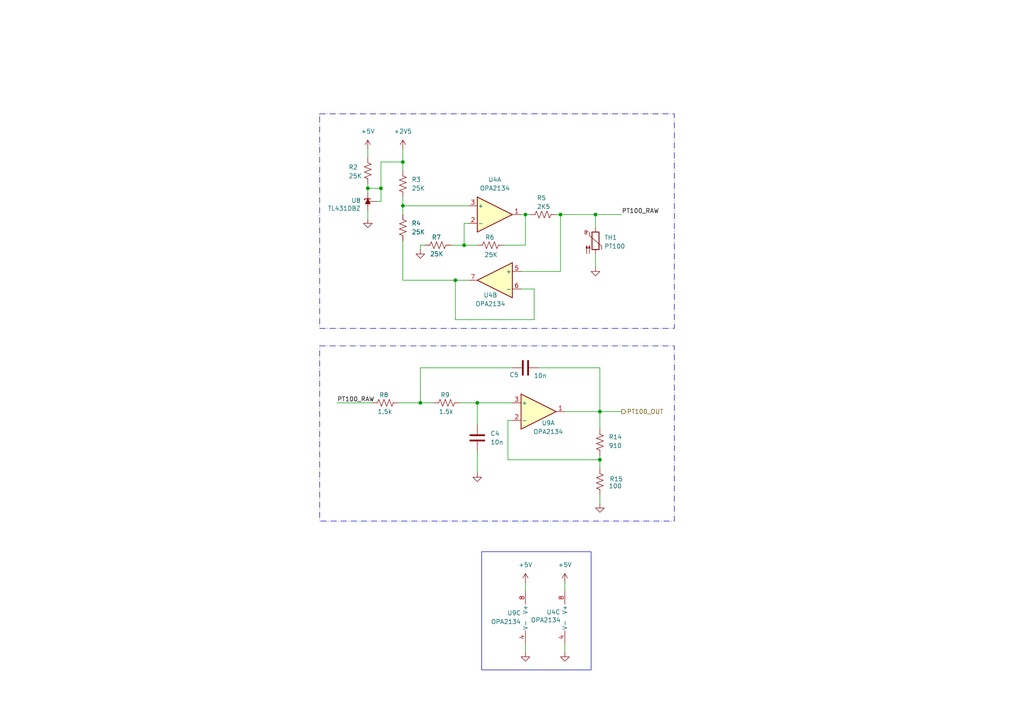
<source format=kicad_sch>
(kicad_sch (version 20231120) (generator "eeschema") (generator_version "8.0")
  (paper "A4")
  (title_block (title "Temperature Input") (date "2024-05-01") (company "AHAH_TERROR"))
  (lib_symbols
    (symbol "Amplifier_Operational:OPA2134" (pin_names (offset 0.127))
      (property "Reference" "U" (at 0 5.08 0))
      (property "Value" "OPA2134" (at 0 -5.08 0))
      (symbol "OPA2134_1_1"
        (polyline (pts (xy -5.08 5.08) (xy 5.08 0) (xy -5.08 -5.08) (xy -5.08 5.08)) (stroke (width 0.254)) (fill (type background)))
        (pin output line (at 7.62 0 180) (length 2.54) (name "~") (number "1"))
        (pin input line (at -7.62 -2.54 0) (length 2.54) (name "-") (number "2"))
        (pin input line (at -7.62 2.54 0) (length 2.54) (name "+") (number "3"))
      )
      (symbol "OPA2134_2_1"
        (polyline (pts (xy -5.08 5.08) (xy 5.08 0) (xy -5.08 -5.08) (xy -5.08 5.08)) (stroke (width 0.254)) (fill (type background)))
        (pin input line (at -7.62 2.54 0) (length 2.54) (name "+") (number "5"))
        (pin input line (at -7.62 -2.54 0) (length 2.54) (name "-") (number "6"))
        (pin output line (at 7.62 0 180) (length 2.54) (name "~") (number "7"))
      )
      (symbol "OPA2134_3_1"
        (pin power_in line (at -2.54 -7.62 90) (length 3.81) (name "V-") (number "4"))
        (pin power_in line (at -2.54 7.62 270) (length 3.81) (name "V+") (number "8"))
      )
    )
    (symbol "Device:C" (pin_numbers hide) (pin_names (offset 0.254))
      (property "Reference" "C" (at 0.635 2.54 0))
      (property "Value" "C" (at 0.635 -2.54 0))
      (symbol "C_0_1"
        (polyline (pts (xy -2.032 -0.762) (xy 2.032 -0.762)) (stroke (width 0.508)))
        (polyline (pts (xy -2.032 0.762) (xy 2.032 0.762)) (stroke (width 0.508)))
      )
      (symbol "C_1_1"
        (pin passive line (at 0 3.81 270) (length 2.794) (name "~") (number "1"))
        (pin passive line (at 0 -3.81 90) (length 2.794) (name "~") (number "2"))
      )
    )
    (symbol "Device:R_US" (pin_numbers hide) (pin_names (offset 0))
      (property "Reference" "R" (at 2.54 0 90))
      (property "Value" "R_US" (at -2.54 0 90))
      (symbol "R_US_0_1"
        (polyline (pts (xy 0 -2.286) (xy 0 -2.54)))
        (polyline (pts (xy 0 2.286) (xy 0 2.54)))
        (polyline (pts (xy 0 -0.762) (xy 1.016 -1.143) (xy 0 -1.524) (xy -1.016 -1.905) (xy 0 -2.286)))
        (polyline (pts (xy 0 0.762) (xy 1.016 0.381) (xy 0 0) (xy -1.016 -0.381) (xy 0 -0.762)))
        (polyline (pts (xy 0 2.286) (xy 1.016 1.905) (xy 0 1.524) (xy -1.016 1.143) (xy 0 0.762)))
      )
      (symbol "R_US_1_1"
        (pin passive line (at 0 3.81 270) (length 1.27) (name "~") (number "1"))
        (pin passive line (at 0 -3.81 90) (length 1.27) (name "~") (number "2"))
      )
    )
    (symbol "Reference_Voltage:TL431DBZ" (pin_numbers hide) (pin_names hide)
      (property "Reference" "U" (at -2.54 2.54 0))
      (property "Value" "TL431DBZ" (at 0 -2.54 0))
      (symbol "TL431DBZ_0_1"
        (polyline (pts (xy -1.27 0) (xy 0 0) (xy 1.27 0)))
        (polyline (pts (xy -0.762 0.762) (xy 0.762 0) (xy -0.762 -0.762)) (fill (type outline)))
        (polyline (pts (xy 0.508 -1.016) (xy 0.762 -0.762) (xy 0.762 0.762) (xy 0.762 0.762)) (stroke (width 0.254)))
      )
      (symbol "TL431DBZ_1_1"
        (pin passive line (at 2.54 0 180) (length 2.54) (name "K") (number "1"))
        (pin passive line (at 0 2.54 270) (length 2.54) (name "REF") (number "2"))
        (pin passive line (at -2.54 0 0) (length 2.54) (name "A") (number "3"))
      )
    )
    (symbol "Sensor_Temperature:PT100" (pin_numbers hide) (pin_names (offset 0))
      (property "Reference" "TH" (at -4.445 0 90))
      (property "Value" "PT100" (at 3.175 0 90))
      (symbol "PT100_0_1"
        (arc (start -3.048 2.159) (mid -3.0495 2.3143) (end -3.175 2.413))
        (arc (start -3.048 2.159) (mid -2.9736 1.9794) (end -2.794 1.905))
        (arc (start -3.048 2.794) (mid -2.9736 2.6144) (end -2.794 2.54))
        (arc (start -2.794 1.905) (mid -2.6144 1.9794) (end -2.54 2.159))
        (arc (start -2.794 2.54) (mid -2.4393 2.5587) (end -2.159 2.794))
        (arc (start -2.794 3.048) (mid -2.9736 2.9736) (end -3.048 2.794))
        (arc (start -2.54 2.794) (mid -2.6144 2.9736) (end -2.794 3.048))
        (rectangle (start -1.016 2.54) (end 1.016 -2.54) (stroke (width 0.254)))
        (polyline (pts (xy -2.54 2.159) (xy -2.54 2.794)))
        (polyline (pts (xy -1.778 2.54) (xy -1.778 1.524) (xy 1.778 -1.524) (xy 1.778 -2.54)))
        (polyline (pts (xy -2.54 -3.683) (xy -2.54 -1.397) (xy -2.794 -2.159) (xy -2.286 -2.159) (xy -2.54 -1.397) (xy -2.54 -1.651)) (fill (type outline)))
        (polyline (pts (xy -1.778 -3.683) (xy -1.778 -1.397) (xy -2.032 -2.159) (xy -1.524 -2.159) (xy -1.778 -1.397) (xy -1.778 -1.651)) (fill (type outline)))
      )
      (symbol "PT100_1_1"
        (pin passive line (at 0 3.81 270) (length 1.27) (name "~") (number "1"))
        (pin passive line (at 0 -3.81 90) (length 1.27) (name "~") (number "2"))
      )
    )
    (symbol "power:+2V5" (power) (pin_numbers hide) (pin_names (offset 0) hide)
      (property "Value" "+2V5" (at 0 3.556 0))
      (symbol "+2V5_0_1"
        (polyline (pts (xy -0.762 1.27) (xy 0 2.54)))
        (polyline (pts (xy 0 0) (xy 0 2.54)))
        (polyline (pts (xy 0 2.54) (xy 0.762 1.27)))
      )
      (symbol "+2V5_1_1"
        (pin power_in line (at 0 0 90) (length 0) (name "~") (number "1"))
      )
    )
    (symbol "power:+5V" (power) (pin_numbers hide) (pin_names (offset 0) hide)
      (property "Value" "+5V" (at 0 3.556 0))
      (symbol "+5V_0_1"
        (polyline (pts (xy -0.762 1.27) (xy 0 2.54)))
        (polyline (pts (xy 0 0) (xy 0 2.54)))
        (polyline (pts (xy 0 2.54) (xy 0.762 1.27)))
      )
      (symbol "+5V_1_1"
        (pin power_in line (at 0 0 90) (length 0) (name "~") (number "1"))
      )
    )
    (symbol "power:GND" (power) (pin_numbers hide) (pin_names (offset 0) hide)
      (property "Value" "GND" (at 0 -3.81 0))
      (symbol "GND_0_1"
        (polyline (pts (xy 0 0) (xy 0 -1.27) (xy 1.27 -1.27) (xy 0 -2.54) (xy -1.27 -1.27) (xy 0 -1.27)))
      )
      (symbol "GND_1_1"
        (pin power_in line (at 0 0 270) (length 0) (name "~") (number "1"))
      )
    )
  )
  (junction (at 134.62 71.12))
  (junction (at 173.99 133.35))
  (junction (at 172.72 62.23))
  (junction (at 173.99 119.38))
  (junction (at 162.56 62.23))
  (junction (at 116.84 59.69))
  (junction (at 110.49 54.61))
  (junction (at 121.92 116.84))
  (junction (at 132.08 81.28))
  (junction (at 138.43 116.84))
  (junction (at 152.4 62.23))
  (junction (at 116.84 46.99))
  (junction (at 106.68 54.61))
  (wire (pts (xy 97.79 116.84) (xy 107.95 116.84)))
  (wire (pts (xy 162.56 62.23) (xy 161.29 62.23)))
  (wire (pts (xy 173.99 119.38) (xy 173.99 124.46)))
  (wire (pts (xy 154.94 92.71) (xy 132.08 92.71)))
  (wire (pts (xy 156.21 106.68) (xy 173.99 106.68)))
  (wire (pts (xy 110.49 58.42) (xy 109.22 58.42)))
  (wire (pts (xy 162.56 62.23) (xy 172.72 62.23)))
  (wire (pts (xy 173.99 119.38) (xy 180.34 119.38)))
  (wire (pts (xy 132.08 92.71) (xy 132.08 81.28)))
  (wire (pts (xy 110.49 46.99) (xy 116.84 46.99)))
  (wire (pts (xy 106.68 53.34) (xy 106.68 54.61)))
  (wire (pts (xy 110.49 54.61) (xy 110.49 46.99)))
  (wire (pts (xy 152.4 62.23) (xy 153.67 62.23)))
  (wire (pts (xy 173.99 119.38) (xy 163.83 119.38)))
  (wire (pts (xy 172.72 66.04) (xy 172.72 62.23)))
  (wire (pts (xy 147.32 133.35) (xy 173.99 133.35)))
  (wire (pts (xy 135.89 59.69) (xy 116.84 59.69)))
  (wire (pts (xy 173.99 106.68) (xy 173.99 119.38)))
  (wire (pts (xy 135.89 64.77) (xy 134.62 64.77)))
  (wire (pts (xy 135.89 81.28) (xy 132.08 81.28)))
  (wire (pts (xy 121.92 106.68) (xy 121.92 116.84)))
  (wire (pts (xy 138.43 116.84) (xy 138.43 123.19)))
  (wire (pts (xy 110.49 58.42) (xy 110.49 54.61)))
  (wire (pts (xy 115.57 116.84) (xy 121.92 116.84)))
  (wire (pts (xy 116.84 59.69) (xy 116.84 57.15)))
  (wire (pts (xy 151.13 83.82) (xy 154.94 83.82)))
  (wire (pts (xy 163.83 186.69) (xy 163.83 189.23)))
  (wire (pts (xy 173.99 143.51) (xy 173.99 146.05)))
  (wire (pts (xy 134.62 71.12) (xy 138.43 71.12)))
  (wire (pts (xy 173.99 133.35) (xy 173.99 135.89)))
  (wire (pts (xy 116.84 59.69) (xy 116.84 62.23)))
  (wire (pts (xy 121.92 72.39) (xy 121.92 71.12)))
  (wire (pts (xy 106.68 43.18) (xy 106.68 45.72)))
  (wire (pts (xy 138.43 116.84) (xy 148.59 116.84)))
  (wire (pts (xy 130.81 71.12) (xy 134.62 71.12)))
  (wire (pts (xy 152.4 71.12) (xy 146.05 71.12)))
  (wire (pts (xy 152.4 62.23) (xy 152.4 71.12)))
  (wire (pts (xy 134.62 64.77) (xy 134.62 71.12)))
  (wire (pts (xy 110.49 54.61) (xy 106.68 54.61)))
  (wire (pts (xy 152.4 168.91) (xy 152.4 171.45)))
  (wire (pts (xy 152.4 62.23) (xy 151.13 62.23)))
  (wire (pts (xy 152.4 186.69) (xy 152.4 189.23)))
  (wire (pts (xy 138.43 130.81) (xy 138.43 137.16)))
  (wire (pts (xy 133.35 116.84) (xy 138.43 116.84)))
  (wire (pts (xy 121.92 116.84) (xy 125.73 116.84)))
  (wire (pts (xy 173.99 132.08) (xy 173.99 133.35)))
  (wire (pts (xy 148.59 106.68) (xy 121.92 106.68)))
  (wire (pts (xy 106.68 60.96) (xy 106.68 63.5)))
  (wire (pts (xy 148.59 121.92) (xy 147.32 121.92)))
  (wire (pts (xy 106.68 54.61) (xy 106.68 55.88)))
  (wire (pts (xy 163.83 168.91) (xy 163.83 171.45)))
  (wire (pts (xy 172.72 62.23) (xy 180.34 62.23)))
  (wire (pts (xy 162.56 78.74) (xy 151.13 78.74)))
  (wire (pts (xy 154.94 83.82) (xy 154.94 92.71)))
  (wire (pts (xy 147.32 121.92) (xy 147.32 133.35)))
  (wire (pts (xy 162.56 62.23) (xy 162.56 78.74)))
  (wire (pts (xy 116.84 46.99) (xy 116.84 49.53)))
  (wire (pts (xy 172.72 73.66) (xy 172.72 77.47)))
  (wire (pts (xy 116.84 69.85) (xy 116.84 81.28)))
  (wire (pts (xy 116.84 43.18) (xy 116.84 46.99)))
  (wire (pts (xy 121.92 71.12) (xy 123.19 71.12)))
  (wire (pts (xy 132.08 81.28) (xy 116.84 81.28)))
  (rectangle (start 139.7 160.02) (end 171.45 194.31))
  (rectangle (start 92.71 100.33) (end 195.58 151.13) (stroke (width 0) (type dash_dot)))
  (rectangle (start 92.71 33.02) (end 195.58 95.25) (stroke (width 0) (type dash_dot)))
  (label "PT100_RAW" (at 97.79 116.84 0))
  (label "PT100_RAW" (at 180.34 62.23 0))
  (hierarchical_label "PT100_OUT" (shape output) (at 180.34 119.38 0))
  (symbol (lib_id "Device:R_US") (at 116.84 53.34 0) (unit 1) (exclude_from_sim yes)
    (property "Reference" "R3" (at 119.38 52.0699 0) (effects (justify left)))
    (property "Value" "25K" (at 119.38 54.6099 0) (effects (justify left)))
    (property "Footprint" "Resistor_SMD:R_0805_2012Metric_Pad1.20x1.40mm_HandSolder" (effects (hide yes)))
    (property "Description" "Resistor, US symbol" (effects (hide yes)))
  )
  (symbol (lib_id "power:GND") (at 121.92 72.39 0) (unit 1) (exclude_from_sim yes)
    (property "Reference" "#PWR07" (effects (hide yes)))
    (property "Value" "GND" (effects (hide yes)))
    (property "Description" "Power symbol creates a global label with name \"GND\" , ground" (effects (hide yes)))
  )
  (symbol (lib_id "Device:C") (at 138.43 127 0) (unit 1) (exclude_from_sim yes)
    (property "Reference" "C4" (at 142.24 125.7299 0) (effects (justify left)))
    (property "Value" "10n" (at 142.24 128.2699 0) (effects (justify left)))
    (property "Footprint" "Capacitor_SMD:C_01005_0402Metric_Pad0.57x0.30mm_HandSolder" (effects (hide yes)))
    (property "Description" "Unpolarized capacitor" (effects (hide yes)))
  )
  (symbol (lib_id "Reference_Voltage:TL431DBZ") (at 106.68 58.42 270) (mirror x) (unit 1) (exclude_from_sim yes)
    (property "Reference" "U8" (at 104.648 58.166 90) (effects (justify right)))
    (property "Value" "TL431DBZ" (at 104.648 60.452 90) (effects (justify right)))
    (property "Footprint" "Package_TO_SOT_SMD:SOT-23" (effects (hide yes)))
    (property "Datasheet" "http://www.ti.com/lit/ds/symlink/tl431.pdf" (effects (hide yes)))
    (property "Description" "Shunt Regulator, SOT-23" (effects (hide yes)))
    (property "Sim.Library" "resource/tl431.mod" (effects (hide yes)))
    (property "Sim.Name" "TL431" (effects (hide yes)))
    (property "Sim.Device" "SUBCKT" (effects (hide yes)))
    (property "Sim.Pins" "1=1 2=2 3=3" (effects (hide yes)))
  )
  (symbol (lib_id "Device:R_US") (at 157.48 62.23 270) (unit 1) (exclude_from_sim yes)
    (property "Reference" "R5" (at 155.702 57.404 90) (effects (justify left)))
    (property "Value" "2K5" (at 155.702 59.944 90) (effects (justify left)))
    (property "Footprint" "Resistor_SMD:R_0805_2012Metric_Pad1.20x1.40mm_HandSolder" (effects (hide yes)))
    (property "Description" "Resistor, US symbol" (effects (hide yes)))
  )
  (symbol (lib_id "Device:R_US") (at 111.76 116.84 270) (unit 1) (exclude_from_sim yes)
    (property "Reference" "R8" (at 109.982 114.554 90) (effects (justify left)))
    (property "Value" "1.5k" (at 109.474 119.38 90) (effects (justify left)))
    (property "Footprint" "Resistor_SMD:R_0805_2012Metric_Pad1.20x1.40mm_HandSolder" (effects (hide yes)))
    (property "Description" "Resistor, US symbol" (effects (hide yes)))
  )
  (symbol (lib_id "Amplifier_Operational:OPA2134") (at 156.21 119.38 0) (unit 1) (exclude_from_sim yes)
    (property "Reference" "U9" (at 159.004 122.682 0))
    (property "Value" "OPA2134" (at 159.004 125.222 0))
    (property "Datasheet" "http://www.ti.com/lit/ds/symlink/opa134.pdf" (effects (hide yes)))
    (property "Description" "Dual SoundPlus High Performance Audio Operational Amplifiers, DIP-8/SOIC-8" (effects (hide yes)))
    (property "Sim.Device" "SUBCKT" (effects (hide yes)))
    (property "Sim.Library" "resource/OPAx134.LIB" (effects (hide yes)))
    (property "Sim.Name" "OPAx134" (effects (hide yes)))
    (property "Sim.Pins" "1=OUT 2=IN- 3=IN+ 4=VEE 8=VCC" (effects (hide yes)))
  )
  (symbol (lib_id "power:GND") (at 138.43 137.16 0) (unit 1) (exclude_from_sim yes)
    (property "Reference" "#PWR014" (effects (hide yes)))
    (property "Value" "GND" (effects (hide yes)))
    (property "Description" "Power symbol creates a global label with name \"GND\" , ground" (effects (hide yes)))
  )
  (symbol (lib_id "power:GND") (at 163.83 189.23 0) (unit 1) (exclude_from_sim yes)
    (property "Reference" "#PWR010" (effects (hide yes)))
    (property "Value" "GND" (effects (hide yes)))
    (property "Description" "Power symbol creates a global label with name \"GND\" , ground" (effects (hide yes)))
  )
  (symbol (lib_id "Device:C") (at 152.4 106.68 90) (unit 1) (exclude_from_sim yes)
    (property "Reference" "C5" (at 149.098 108.712 90))
    (property "Value" "10n" (at 156.718 108.966 90))
    (property "Footprint" "Capacitor_SMD:C_01005_0402Metric_Pad0.57x0.30mm_HandSolder" (effects (hide yes)))
    (property "Description" "Unpolarized capacitor" (effects (hide yes)))
  )
  (symbol (lib_id "Device:R_US") (at 142.24 71.12 270) (unit 1) (exclude_from_sim yes)
    (property "Reference" "R6" (at 140.716 68.834 90) (effects (justify left)))
    (property "Value" "25K" (at 140.462 73.914 90) (effects (justify left)))
    (property "Footprint" "Resistor_SMD:R_0805_2012Metric_Pad1.20x1.40mm_HandSolder" (effects (hide yes)))
    (property "Description" "Resistor, US symbol" (effects (hide yes)))
  )
  (symbol (lib_id "power:GND") (at 106.68 63.5 0) (unit 1) (exclude_from_sim yes)
    (property "Reference" "#PWR04" (effects (hide yes)))
    (property "Value" "GND" (effects (hide yes)))
    (property "Description" "Power symbol creates a global label with name \"GND\" , ground" (effects (hide yes)))
  )
  (symbol (lib_id "Amplifier_Operational:OPA2134") (at 149.86 179.07 0) (mirror y) (unit 3) (exclude_from_sim yes)
    (property "Reference" "U9" (at 151.13 177.7999 0) (effects (justify left)))
    (property "Value" "OPA2134" (at 151.13 180.3399 0) (effects (justify left)))
    (property "Datasheet" "http://www.ti.com/lit/ds/symlink/opa134.pdf" (effects (hide yes)))
    (property "Description" "Dual SoundPlus High Performance Audio Operational Amplifiers, DIP-8/SOIC-8" (effects (hide yes)))
    (property "Sim.Device" "SUBCKT" (effects (hide yes)))
    (property "Sim.Library" "resource/OPAx134.LIB" (effects (hide yes)))
    (property "Sim.Name" "OPAx134" (effects (hide yes)))
    (property "Sim.Pins" "1=OUT 2=IN- 3=IN+ 4=VEE 8=VCC" (effects (hide yes)))
  )
  (symbol (lib_id "Device:R_US") (at 106.68 49.53 0) (unit 1) (exclude_from_sim yes)
    (property "Reference" "R2" (at 101.092 48.514 0) (effects (justify left)))
    (property "Value" "25K" (at 101.092 51.054 0) (effects (justify left)))
    (property "Footprint" "Resistor_SMD:R_0805_2012Metric_Pad1.20x1.40mm_HandSolder" (effects (hide yes)))
    (property "Description" "Resistor, US symbol" (effects (hide yes)))
  )
  (symbol (lib_id "Device:R_US") (at 129.54 116.84 270) (unit 1) (exclude_from_sim yes)
    (property "Reference" "R9" (at 127.762 114.554 90) (effects (justify left)))
    (property "Value" "1.5k" (at 127.254 119.38 90) (effects (justify left)))
    (property "Footprint" "Resistor_SMD:R_0805_2012Metric_Pad1.20x1.40mm_HandSolder" (effects (hide yes)))
    (property "Description" "Resistor, US symbol" (effects (hide yes)))
  )
  (symbol (lib_id "Device:R_US") (at 127 71.12 270) (unit 1) (exclude_from_sim yes)
    (property "Reference" "R7" (at 125.222 68.834 90) (effects (justify left)))
    (property "Value" "25K" (at 124.714 73.66 90) (effects (justify left)))
    (property "Footprint" "Resistor_SMD:R_0805_2012Metric_Pad1.20x1.40mm_HandSolder" (effects (hide yes)))
    (property "Description" "Resistor, US symbol" (effects (hide yes)))
  )
  (symbol (lib_id "power:+5V") (at 152.4 168.91 0) (unit 1) (exclude_from_sim yes)
    (property "Reference" "#PWR012" (effects (hide yes)))
    (property "Value" "+5V" (at 152.4 163.83 0))
    (property "Description" "Power symbol creates a global label with name \"+5V\"" (effects (hide yes)))
  )
  (symbol (lib_id "power:GND") (at 172.72 77.47 0) (unit 1) (exclude_from_sim yes)
    (property "Reference" "#PWR08" (effects (hide yes)))
    (property "Value" "GND" (effects (hide yes)))
    (property "Description" "Power symbol creates a global label with name \"GND\" , ground" (effects (hide yes)))
  )
  (symbol (lib_id "Amplifier_Operational:OPA2134") (at 143.51 81.28 0) (mirror y) (unit 2) (exclude_from_sim yes)
    (property "Reference" "U4" (at 142.24 85.598 0))
    (property "Value" "OPA2134" (at 142.24 88.138 0))
    (property "Datasheet" "http://www.ti.com/lit/ds/symlink/opa134.pdf" (effects (hide yes)))
    (property "Description" "Dual SoundPlus High Performance Audio Operational Amplifiers, DIP-8/SOIC-8" (effects (hide yes)))
    (property "Sim.Library" "resource/OPAx134.LIB" (effects (hide yes)))
    (property "Sim.Name" "OPAx134" (effects (hide yes)))
    (property "Sim.Device" "SUBCKT" (effects (hide yes)))
    (property "Sim.Pins" "1=OUT 2=IN- 3=IN+ 4=VEE 8=VCC" (effects (hide yes)))
  )
  (symbol (lib_id "power:GND") (at 152.4 189.23 0) (unit 1) (exclude_from_sim yes)
    (property "Reference" "#PWR011" (effects (hide yes)))
    (property "Value" "GND" (effects (hide yes)))
    (property "Description" "Power symbol creates a global label with name \"GND\" , ground" (effects (hide yes)))
  )
  (symbol (lib_id "Amplifier_Operational:OPA2134") (at 166.37 179.07 0) (unit 3) (exclude_from_sim yes)
    (property "Reference" "U4" (at 158.496 177.546 0) (effects (justify left)))
    (property "Value" "OPA2134" (at 153.924 179.832 0) (effects (justify left)))
    (property "Datasheet" "http://www.ti.com/lit/ds/symlink/opa134.pdf" (effects (hide yes)))
    (property "Description" "Dual SoundPlus High Performance Audio Operational Amplifiers, DIP-8/SOIC-8" (effects (hide yes)))
    (property "Sim.Library" "resource/OPAx134.LIB" (effects (hide yes)))
    (property "Sim.Name" "OPAx134" (effects (hide yes)))
    (property "Sim.Device" "SUBCKT" (effects (hide yes)))
    (property "Sim.Pins" "1=OUT 2=IN- 3=IN+ 4=VEE 8=VCC" (effects (hide yes)))
  )
  (symbol (lib_id "power:+2V5") (at 116.84 43.18 0) (unit 1) (exclude_from_sim yes)
    (property "Reference" "#PWR06" (effects (hide yes)))
    (property "Value" "+2V5" (at 116.84 38.1 0))
    (property "Description" "Power symbol creates a global label with name \"+2V5\"" (effects (hide yes)))
  )
  (symbol (lib_id "power:+5V") (at 106.68 43.18 0) (unit 1) (exclude_from_sim yes)
    (property "Reference" "#PWR01" (effects (hide yes)))
    (property "Value" "+5V" (at 106.68 38.1 0))
    (property "Description" "Power symbol creates a global label with name \"+5V\"" (effects (hide yes)))
  )
  (symbol (lib_id "Device:R_US") (at 173.99 128.27 0) (unit 1) (exclude_from_sim yes)
    (property "Reference" "R14" (at 176.53 126.746 0) (effects (justify left)))
    (property "Value" "910" (at 176.53 129.286 0) (effects (justify left)))
    (property "Footprint" "Resistor_SMD:R_0805_2012Metric_Pad1.20x1.40mm_HandSolder" (effects (hide yes)))
    (property "Description" "Resistor, US symbol" (effects (hide yes)))
  )
  (symbol (lib_id "Device:R_US") (at 116.84 66.04 0) (unit 1) (exclude_from_sim yes)
    (property "Reference" "R4" (at 119.38 64.7699 0) (effects (justify left)))
    (property "Value" "25K" (at 119.38 67.3099 0) (effects (justify left)))
    (property "Footprint" "Resistor_SMD:R_0805_2012Metric_Pad1.20x1.40mm_HandSolder" (effects (hide yes)))
    (property "Description" "Resistor, US symbol" (effects (hide yes)))
  )
  (symbol (lib_id "Amplifier_Operational:OPA2134") (at 143.51 62.23 0) (unit 1) (exclude_from_sim yes)
    (property "Reference" "U4" (at 143.51 52.07 0))
    (property "Value" "OPA2134" (at 143.51 54.61 0))
    (property "Datasheet" "http://www.ti.com/lit/ds/symlink/opa134.pdf" (effects (hide yes)))
    (property "Description" "Dual SoundPlus High Performance Audio Operational Amplifiers, DIP-8/SOIC-8" (effects (hide yes)))
    (property "Sim.Library" "resource/OPAx134.LIB" (effects (hide yes)))
    (property "Sim.Name" "OPAx134" (effects (hide yes)))
    (property "Sim.Device" "SUBCKT" (effects (hide yes)))
    (property "Sim.Pins" "1=OUT 2=IN- 3=IN+ 4=VEE 8=VCC" (effects (hide yes)))
  )
  (symbol (lib_id "power:+5V") (at 163.83 168.91 0) (unit 1) (exclude_from_sim yes)
    (property "Reference" "#PWR09" (effects (hide yes)))
    (property "Value" "+5V" (at 163.83 163.83 0))
    (property "Description" "Power symbol creates a global label with name \"+5V\"" (effects (hide yes)))
  )
  (symbol (lib_id "Sensor_Temperature:PT100") (at 172.72 69.85 0) (unit 1) (exclude_from_sim yes)
    (property "Reference" "TH1" (at 175.26 68.8974 0) (effects (justify left)))
    (property "Value" "PT100" (at 175.26 71.4374 0) (effects (justify left)))
    (property "Datasheet" "https://www.heraeus.com/media/media/group/doc_group/products_1/hst/sot_to/de_15/to_92_d.pdf" (effects (hide yes)))
    (property "Description" "PT100 platinum temperature sensor (RTD)" (effects (hide yes)))
  )
  (symbol (lib_id "Device:R_US") (at 173.99 139.7 0) (unit 1) (exclude_from_sim yes)
    (property "Reference" "R15" (at 176.784 138.938 0) (effects (justify left)))
    (property "Value" "100" (at 176.53 140.97 0) (effects (justify left)))
    (property "Footprint" "Resistor_SMD:R_0805_2012Metric_Pad1.20x1.40mm_HandSolder" (effects (hide yes)))
    (property "Description" "Resistor, US symbol" (effects (hide yes)))
  )
  (symbol (lib_id "power:GND") (at 173.99 146.05 0) (unit 1) (exclude_from_sim yes)
    (property "Reference" "#PWR013" (effects (hide yes)))
    (property "Value" "GND" (effects (hide yes)))
    (property "Description" "Power symbol creates a global label with name \"GND\" , ground" (effects (hide yes)))
  )
)
</source>
